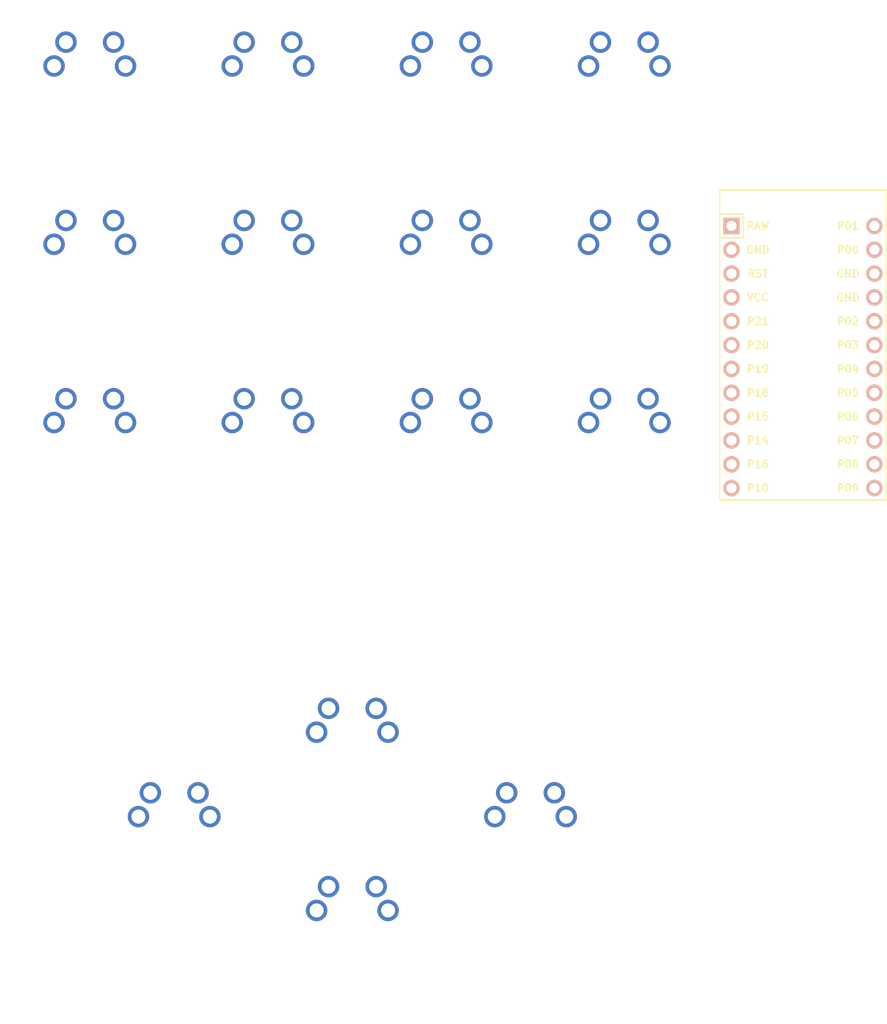
<source format=kicad_pcb>

            
(kicad_pcb (version 20171130) (host pcbnew 5.1.6)

  (page A3)
  (title_block
    (title simple_split)
    (rev v1.0.0)
    (company Unknown)
  )

  (general
    (thickness 1.6)
  )

  (layers
    (0 F.Cu signal)
    (31 B.Cu signal)
    (32 B.Adhes user)
    (33 F.Adhes user)
    (34 B.Paste user)
    (35 F.Paste user)
    (36 B.SilkS user)
    (37 F.SilkS user)
    (38 B.Mask user)
    (39 F.Mask user)
    (40 Dwgs.User user)
    (41 Cmts.User user)
    (42 Eco1.User user)
    (43 Eco2.User user)
    (44 Edge.Cuts user)
    (45 Margin user)
    (46 B.CrtYd user)
    (47 F.CrtYd user)
    (48 B.Fab user)
    (49 F.Fab user)
  )

  (setup
    (last_trace_width 0.25)
    (trace_clearance 0.2)
    (zone_clearance 0.508)
    (zone_45_only no)
    (trace_min 0.2)
    (via_size 0.8)
    (via_drill 0.4)
    (via_min_size 0.4)
    (via_min_drill 0.3)
    (uvia_size 0.3)
    (uvia_drill 0.1)
    (uvias_allowed no)
    (uvia_min_size 0.2)
    (uvia_min_drill 0.1)
    (edge_width 0.05)
    (segment_width 0.2)
    (pcb_text_width 0.3)
    (pcb_text_size 1.5 1.5)
    (mod_edge_width 0.12)
    (mod_text_size 1 1)
    (mod_text_width 0.15)
    (pad_size 1.524 1.524)
    (pad_drill 0.762)
    (pad_to_mask_clearance 0.05)
    (aux_axis_origin 0 0)
    (visible_elements FFFFFF7F)
    (pcbplotparams
      (layerselection 0x010fc_ffffffff)
      (usegerberextensions false)
      (usegerberattributes true)
      (usegerberadvancedattributes true)
      (creategerberjobfile true)
      (excludeedgelayer true)
      (linewidth 0.100000)
      (plotframeref false)
      (viasonmask false)
      (mode 1)
      (useauxorigin false)
      (hpglpennumber 1)
      (hpglpenspeed 20)
      (hpglpendiameter 15.000000)
      (psnegative false)
      (psa4output false)
      (plotreference true)
      (plotvalue true)
      (plotinvisibletext false)
      (padsonsilk false)
      (subtractmaskfromsilk false)
      (outputformat 1)
      (mirror false)
      (drillshape 1)
      (scaleselection 1)
      (outputdirectory ""))
  )

            (net 0 "")
(net 1 "GND")
(net 2 "macropad_pinky_bottom")
(net 3 "macropad_pinky_middle")
(net 4 "macropad_pinky_top")
(net 5 "macropad_ring_bottom")
(net 6 "macropad_ring_middle")
(net 7 "macropad_ring_top")
(net 8 "macropad_middle_bottom")
(net 9 "macropad_middle_middle")
(net 10 "macropad_middle_top")
(net 11 "macropad_index_bottom")
(net 12 "macropad_index_middle")
(net 13 "macropad_index_top")
(net 14 "navigator_left_down")
(net 15 "navigator_updown_down")
(net 16 "navigator_updown_up")
(net 17 "navigator_right_down")
(net 18 "RAW")
(net 19 "RST")
(net 20 "VCC")
(net 21 "P0")
(net 22 "navigator_left_up")
(net 23 "P9")
            
  (net_class Default "This is the default net class."
    (clearance 0.2)
    (trace_width 0.25)
    (via_dia 0.8)
    (via_drill 0.4)
    (uvia_dia 0.3)
    (uvia_drill 0.1)
    (add_net "")
(add_net "GND")
(add_net "macropad_pinky_bottom")
(add_net "macropad_pinky_middle")
(add_net "macropad_pinky_top")
(add_net "macropad_ring_bottom")
(add_net "macropad_ring_middle")
(add_net "macropad_ring_top")
(add_net "macropad_middle_bottom")
(add_net "macropad_middle_middle")
(add_net "macropad_middle_top")
(add_net "macropad_index_bottom")
(add_net "macropad_index_middle")
(add_net "macropad_index_top")
(add_net "navigator_left_down")
(add_net "navigator_updown_down")
(add_net "navigator_updown_up")
(add_net "navigator_right_down")
(add_net "RAW")
(add_net "RST")
(add_net "VCC")
(add_net "P0")
(add_net "navigator_left_up")
(add_net "P9")
  )

            
        
      (module MX (layer F.Cu) (tedit 5DD4F656)
      (at 0 0 0)

      
      (fp_text reference "S1" (at 0 0) (layer F.SilkS) hide (effects (font (size 1.27 1.27) (thickness 0.15))))
      (fp_text value "" (at 0 0) (layer F.SilkS) hide (effects (font (size 1.27 1.27) (thickness 0.15))))

      
      (fp_line (start -7 -6) (end -7 -7) (layer Dwgs.User) (width 0.15))
      (fp_line (start -7 7) (end -6 7) (layer Dwgs.User) (width 0.15))
      (fp_line (start -6 -7) (end -7 -7) (layer Dwgs.User) (width 0.15))
      (fp_line (start -7 7) (end -7 6) (layer Dwgs.User) (width 0.15))
      (fp_line (start 7 6) (end 7 7) (layer Dwgs.User) (width 0.15))
      (fp_line (start 7 -7) (end 6 -7) (layer Dwgs.User) (width 0.15))
      (fp_line (start 6 7) (end 7 7) (layer Dwgs.User) (width 0.15))
      (fp_line (start 7 -7) (end 7 -6) (layer Dwgs.User) (width 0.15))
    
      
      (pad "" np_thru_hole circle (at 0 0) (size 3.9878 3.9878) (drill 3.9878) (layers *.Cu *.Mask))

      
      (pad "" np_thru_hole circle (at 5.08 0) (size 1.7018 1.7018) (drill 1.7018) (layers *.Cu *.Mask))
      (pad "" np_thru_hole circle (at -5.08 0) (size 1.7018 1.7018) (drill 1.7018) (layers *.Cu *.Mask))
      
        
      
      (fp_line (start -9.5 -9.5) (end 9.5 -9.5) (layer Dwgs.User) (width 0.15))
      (fp_line (start 9.5 -9.5) (end 9.5 9.5) (layer Dwgs.User) (width 0.15))
      (fp_line (start 9.5 9.5) (end -9.5 9.5) (layer Dwgs.User) (width 0.15))
      (fp_line (start -9.5 9.5) (end -9.5 -9.5) (layer Dwgs.User) (width 0.15))
      
        
            
            (pad 1 thru_hole circle (at 2.54 -5.08) (size 2.286 2.286) (drill 1.4986) (layers *.Cu *.Mask) (net 1 "GND"))
            (pad 2 thru_hole circle (at -3.81 -2.54) (size 2.286 2.286) (drill 1.4986) (layers *.Cu *.Mask) (net 2 "macropad_pinky_bottom"))
          
        
            
            (pad 1 thru_hole circle (at -2.54 -5.08) (size 2.286 2.286) (drill 1.4986) (layers *.Cu *.Mask) (net 1 "GND"))
            (pad 2 thru_hole circle (at 3.81 -2.54) (size 2.286 2.286) (drill 1.4986) (layers *.Cu *.Mask) (net 2 "macropad_pinky_bottom"))
          )
        

        
      (module MX (layer F.Cu) (tedit 5DD4F656)
      (at 0 -19 0)

      
      (fp_text reference "S2" (at 0 0) (layer F.SilkS) hide (effects (font (size 1.27 1.27) (thickness 0.15))))
      (fp_text value "" (at 0 0) (layer F.SilkS) hide (effects (font (size 1.27 1.27) (thickness 0.15))))

      
      (fp_line (start -7 -6) (end -7 -7) (layer Dwgs.User) (width 0.15))
      (fp_line (start -7 7) (end -6 7) (layer Dwgs.User) (width 0.15))
      (fp_line (start -6 -7) (end -7 -7) (layer Dwgs.User) (width 0.15))
      (fp_line (start -7 7) (end -7 6) (layer Dwgs.User) (width 0.15))
      (fp_line (start 7 6) (end 7 7) (layer Dwgs.User) (width 0.15))
      (fp_line (start 7 -7) (end 6 -7) (layer Dwgs.User) (width 0.15))
      (fp_line (start 6 7) (end 7 7) (layer Dwgs.User) (width 0.15))
      (fp_line (start 7 -7) (end 7 -6) (layer Dwgs.User) (width 0.15))
    
      
      (pad "" np_thru_hole circle (at 0 0) (size 3.9878 3.9878) (drill 3.9878) (layers *.Cu *.Mask))

      
      (pad "" np_thru_hole circle (at 5.08 0) (size 1.7018 1.7018) (drill 1.7018) (layers *.Cu *.Mask))
      (pad "" np_thru_hole circle (at -5.08 0) (size 1.7018 1.7018) (drill 1.7018) (layers *.Cu *.Mask))
      
        
      
      (fp_line (start -9.5 -9.5) (end 9.5 -9.5) (layer Dwgs.User) (width 0.15))
      (fp_line (start 9.5 -9.5) (end 9.5 9.5) (layer Dwgs.User) (width 0.15))
      (fp_line (start 9.5 9.5) (end -9.5 9.5) (layer Dwgs.User) (width 0.15))
      (fp_line (start -9.5 9.5) (end -9.5 -9.5) (layer Dwgs.User) (width 0.15))
      
        
            
            (pad 1 thru_hole circle (at 2.54 -5.08) (size 2.286 2.286) (drill 1.4986) (layers *.Cu *.Mask) (net 1 "GND"))
            (pad 2 thru_hole circle (at -3.81 -2.54) (size 2.286 2.286) (drill 1.4986) (layers *.Cu *.Mask) (net 3 "macropad_pinky_middle"))
          
        
            
            (pad 1 thru_hole circle (at -2.54 -5.08) (size 2.286 2.286) (drill 1.4986) (layers *.Cu *.Mask) (net 1 "GND"))
            (pad 2 thru_hole circle (at 3.81 -2.54) (size 2.286 2.286) (drill 1.4986) (layers *.Cu *.Mask) (net 3 "macropad_pinky_middle"))
          )
        

        
      (module MX (layer F.Cu) (tedit 5DD4F656)
      (at 0 -38 0)

      
      (fp_text reference "S3" (at 0 0) (layer F.SilkS) hide (effects (font (size 1.27 1.27) (thickness 0.15))))
      (fp_text value "" (at 0 0) (layer F.SilkS) hide (effects (font (size 1.27 1.27) (thickness 0.15))))

      
      (fp_line (start -7 -6) (end -7 -7) (layer Dwgs.User) (width 0.15))
      (fp_line (start -7 7) (end -6 7) (layer Dwgs.User) (width 0.15))
      (fp_line (start -6 -7) (end -7 -7) (layer Dwgs.User) (width 0.15))
      (fp_line (start -7 7) (end -7 6) (layer Dwgs.User) (width 0.15))
      (fp_line (start 7 6) (end 7 7) (layer Dwgs.User) (width 0.15))
      (fp_line (start 7 -7) (end 6 -7) (layer Dwgs.User) (width 0.15))
      (fp_line (start 6 7) (end 7 7) (layer Dwgs.User) (width 0.15))
      (fp_line (start 7 -7) (end 7 -6) (layer Dwgs.User) (width 0.15))
    
      
      (pad "" np_thru_hole circle (at 0 0) (size 3.9878 3.9878) (drill 3.9878) (layers *.Cu *.Mask))

      
      (pad "" np_thru_hole circle (at 5.08 0) (size 1.7018 1.7018) (drill 1.7018) (layers *.Cu *.Mask))
      (pad "" np_thru_hole circle (at -5.08 0) (size 1.7018 1.7018) (drill 1.7018) (layers *.Cu *.Mask))
      
        
      
      (fp_line (start -9.5 -9.5) (end 9.5 -9.5) (layer Dwgs.User) (width 0.15))
      (fp_line (start 9.5 -9.5) (end 9.5 9.5) (layer Dwgs.User) (width 0.15))
      (fp_line (start 9.5 9.5) (end -9.5 9.5) (layer Dwgs.User) (width 0.15))
      (fp_line (start -9.5 9.5) (end -9.5 -9.5) (layer Dwgs.User) (width 0.15))
      
        
            
            (pad 1 thru_hole circle (at 2.54 -5.08) (size 2.286 2.286) (drill 1.4986) (layers *.Cu *.Mask) (net 1 "GND"))
            (pad 2 thru_hole circle (at -3.81 -2.54) (size 2.286 2.286) (drill 1.4986) (layers *.Cu *.Mask) (net 4 "macropad_pinky_top"))
          
        
            
            (pad 1 thru_hole circle (at -2.54 -5.08) (size 2.286 2.286) (drill 1.4986) (layers *.Cu *.Mask) (net 1 "GND"))
            (pad 2 thru_hole circle (at 3.81 -2.54) (size 2.286 2.286) (drill 1.4986) (layers *.Cu *.Mask) (net 4 "macropad_pinky_top"))
          )
        

        
      (module MX (layer F.Cu) (tedit 5DD4F656)
      (at 19 0 0)

      
      (fp_text reference "S4" (at 0 0) (layer F.SilkS) hide (effects (font (size 1.27 1.27) (thickness 0.15))))
      (fp_text value "" (at 0 0) (layer F.SilkS) hide (effects (font (size 1.27 1.27) (thickness 0.15))))

      
      (fp_line (start -7 -6) (end -7 -7) (layer Dwgs.User) (width 0.15))
      (fp_line (start -7 7) (end -6 7) (layer Dwgs.User) (width 0.15))
      (fp_line (start -6 -7) (end -7 -7) (layer Dwgs.User) (width 0.15))
      (fp_line (start -7 7) (end -7 6) (layer Dwgs.User) (width 0.15))
      (fp_line (start 7 6) (end 7 7) (layer Dwgs.User) (width 0.15))
      (fp_line (start 7 -7) (end 6 -7) (layer Dwgs.User) (width 0.15))
      (fp_line (start 6 7) (end 7 7) (layer Dwgs.User) (width 0.15))
      (fp_line (start 7 -7) (end 7 -6) (layer Dwgs.User) (width 0.15))
    
      
      (pad "" np_thru_hole circle (at 0 0) (size 3.9878 3.9878) (drill 3.9878) (layers *.Cu *.Mask))

      
      (pad "" np_thru_hole circle (at 5.08 0) (size 1.7018 1.7018) (drill 1.7018) (layers *.Cu *.Mask))
      (pad "" np_thru_hole circle (at -5.08 0) (size 1.7018 1.7018) (drill 1.7018) (layers *.Cu *.Mask))
      
        
      
      (fp_line (start -9.5 -9.5) (end 9.5 -9.5) (layer Dwgs.User) (width 0.15))
      (fp_line (start 9.5 -9.5) (end 9.5 9.5) (layer Dwgs.User) (width 0.15))
      (fp_line (start 9.5 9.5) (end -9.5 9.5) (layer Dwgs.User) (width 0.15))
      (fp_line (start -9.5 9.5) (end -9.5 -9.5) (layer Dwgs.User) (width 0.15))
      
        
            
            (pad 1 thru_hole circle (at 2.54 -5.08) (size 2.286 2.286) (drill 1.4986) (layers *.Cu *.Mask) (net 1 "GND"))
            (pad 2 thru_hole circle (at -3.81 -2.54) (size 2.286 2.286) (drill 1.4986) (layers *.Cu *.Mask) (net 5 "macropad_ring_bottom"))
          
        
            
            (pad 1 thru_hole circle (at -2.54 -5.08) (size 2.286 2.286) (drill 1.4986) (layers *.Cu *.Mask) (net 1 "GND"))
            (pad 2 thru_hole circle (at 3.81 -2.54) (size 2.286 2.286) (drill 1.4986) (layers *.Cu *.Mask) (net 5 "macropad_ring_bottom"))
          )
        

        
      (module MX (layer F.Cu) (tedit 5DD4F656)
      (at 19 -19 0)

      
      (fp_text reference "S5" (at 0 0) (layer F.SilkS) hide (effects (font (size 1.27 1.27) (thickness 0.15))))
      (fp_text value "" (at 0 0) (layer F.SilkS) hide (effects (font (size 1.27 1.27) (thickness 0.15))))

      
      (fp_line (start -7 -6) (end -7 -7) (layer Dwgs.User) (width 0.15))
      (fp_line (start -7 7) (end -6 7) (layer Dwgs.User) (width 0.15))
      (fp_line (start -6 -7) (end -7 -7) (layer Dwgs.User) (width 0.15))
      (fp_line (start -7 7) (end -7 6) (layer Dwgs.User) (width 0.15))
      (fp_line (start 7 6) (end 7 7) (layer Dwgs.User) (width 0.15))
      (fp_line (start 7 -7) (end 6 -7) (layer Dwgs.User) (width 0.15))
      (fp_line (start 6 7) (end 7 7) (layer Dwgs.User) (width 0.15))
      (fp_line (start 7 -7) (end 7 -6) (layer Dwgs.User) (width 0.15))
    
      
      (pad "" np_thru_hole circle (at 0 0) (size 3.9878 3.9878) (drill 3.9878) (layers *.Cu *.Mask))

      
      (pad "" np_thru_hole circle (at 5.08 0) (size 1.7018 1.7018) (drill 1.7018) (layers *.Cu *.Mask))
      (pad "" np_thru_hole circle (at -5.08 0) (size 1.7018 1.7018) (drill 1.7018) (layers *.Cu *.Mask))
      
        
      
      (fp_line (start -9.5 -9.5) (end 9.5 -9.5) (layer Dwgs.User) (width 0.15))
      (fp_line (start 9.5 -9.5) (end 9.5 9.5) (layer Dwgs.User) (width 0.15))
      (fp_line (start 9.5 9.5) (end -9.5 9.5) (layer Dwgs.User) (width 0.15))
      (fp_line (start -9.5 9.5) (end -9.5 -9.5) (layer Dwgs.User) (width 0.15))
      
        
            
            (pad 1 thru_hole circle (at 2.54 -5.08) (size 2.286 2.286) (drill 1.4986) (layers *.Cu *.Mask) (net 1 "GND"))
            (pad 2 thru_hole circle (at -3.81 -2.54) (size 2.286 2.286) (drill 1.4986) (layers *.Cu *.Mask) (net 6 "macropad_ring_middle"))
          
        
            
            (pad 1 thru_hole circle (at -2.54 -5.08) (size 2.286 2.286) (drill 1.4986) (layers *.Cu *.Mask) (net 1 "GND"))
            (pad 2 thru_hole circle (at 3.81 -2.54) (size 2.286 2.286) (drill 1.4986) (layers *.Cu *.Mask) (net 6 "macropad_ring_middle"))
          )
        

        
      (module MX (layer F.Cu) (tedit 5DD4F656)
      (at 19 -38 0)

      
      (fp_text reference "S6" (at 0 0) (layer F.SilkS) hide (effects (font (size 1.27 1.27) (thickness 0.15))))
      (fp_text value "" (at 0 0) (layer F.SilkS) hide (effects (font (size 1.27 1.27) (thickness 0.15))))

      
      (fp_line (start -7 -6) (end -7 -7) (layer Dwgs.User) (width 0.15))
      (fp_line (start -7 7) (end -6 7) (layer Dwgs.User) (width 0.15))
      (fp_line (start -6 -7) (end -7 -7) (layer Dwgs.User) (width 0.15))
      (fp_line (start -7 7) (end -7 6) (layer Dwgs.User) (width 0.15))
      (fp_line (start 7 6) (end 7 7) (layer Dwgs.User) (width 0.15))
      (fp_line (start 7 -7) (end 6 -7) (layer Dwgs.User) (width 0.15))
      (fp_line (start 6 7) (end 7 7) (layer Dwgs.User) (width 0.15))
      (fp_line (start 7 -7) (end 7 -6) (layer Dwgs.User) (width 0.15))
    
      
      (pad "" np_thru_hole circle (at 0 0) (size 3.9878 3.9878) (drill 3.9878) (layers *.Cu *.Mask))

      
      (pad "" np_thru_hole circle (at 5.08 0) (size 1.7018 1.7018) (drill 1.7018) (layers *.Cu *.Mask))
      (pad "" np_thru_hole circle (at -5.08 0) (size 1.7018 1.7018) (drill 1.7018) (layers *.Cu *.Mask))
      
        
      
      (fp_line (start -9.5 -9.5) (end 9.5 -9.5) (layer Dwgs.User) (width 0.15))
      (fp_line (start 9.5 -9.5) (end 9.5 9.5) (layer Dwgs.User) (width 0.15))
      (fp_line (start 9.5 9.5) (end -9.5 9.5) (layer Dwgs.User) (width 0.15))
      (fp_line (start -9.5 9.5) (end -9.5 -9.5) (layer Dwgs.User) (width 0.15))
      
        
            
            (pad 1 thru_hole circle (at 2.54 -5.08) (size 2.286 2.286) (drill 1.4986) (layers *.Cu *.Mask) (net 1 "GND"))
            (pad 2 thru_hole circle (at -3.81 -2.54) (size 2.286 2.286) (drill 1.4986) (layers *.Cu *.Mask) (net 7 "macropad_ring_top"))
          
        
            
            (pad 1 thru_hole circle (at -2.54 -5.08) (size 2.286 2.286) (drill 1.4986) (layers *.Cu *.Mask) (net 1 "GND"))
            (pad 2 thru_hole circle (at 3.81 -2.54) (size 2.286 2.286) (drill 1.4986) (layers *.Cu *.Mask) (net 7 "macropad_ring_top"))
          )
        

        
      (module MX (layer F.Cu) (tedit 5DD4F656)
      (at 38 0 0)

      
      (fp_text reference "S7" (at 0 0) (layer F.SilkS) hide (effects (font (size 1.27 1.27) (thickness 0.15))))
      (fp_text value "" (at 0 0) (layer F.SilkS) hide (effects (font (size 1.27 1.27) (thickness 0.15))))

      
      (fp_line (start -7 -6) (end -7 -7) (layer Dwgs.User) (width 0.15))
      (fp_line (start -7 7) (end -6 7) (layer Dwgs.User) (width 0.15))
      (fp_line (start -6 -7) (end -7 -7) (layer Dwgs.User) (width 0.15))
      (fp_line (start -7 7) (end -7 6) (layer Dwgs.User) (width 0.15))
      (fp_line (start 7 6) (end 7 7) (layer Dwgs.User) (width 0.15))
      (fp_line (start 7 -7) (end 6 -7) (layer Dwgs.User) (width 0.15))
      (fp_line (start 6 7) (end 7 7) (layer Dwgs.User) (width 0.15))
      (fp_line (start 7 -7) (end 7 -6) (layer Dwgs.User) (width 0.15))
    
      
      (pad "" np_thru_hole circle (at 0 0) (size 3.9878 3.9878) (drill 3.9878) (layers *.Cu *.Mask))

      
      (pad "" np_thru_hole circle (at 5.08 0) (size 1.7018 1.7018) (drill 1.7018) (layers *.Cu *.Mask))
      (pad "" np_thru_hole circle (at -5.08 0) (size 1.7018 1.7018) (drill 1.7018) (layers *.Cu *.Mask))
      
        
      
      (fp_line (start -9.5 -9.5) (end 9.5 -9.5) (layer Dwgs.User) (width 0.15))
      (fp_line (start 9.5 -9.5) (end 9.5 9.5) (layer Dwgs.User) (width 0.15))
      (fp_line (start 9.5 9.5) (end -9.5 9.5) (layer Dwgs.User) (width 0.15))
      (fp_line (start -9.5 9.5) (end -9.5 -9.5) (layer Dwgs.User) (width 0.15))
      
        
            
            (pad 1 thru_hole circle (at 2.54 -5.08) (size 2.286 2.286) (drill 1.4986) (layers *.Cu *.Mask) (net 1 "GND"))
            (pad 2 thru_hole circle (at -3.81 -2.54) (size 2.286 2.286) (drill 1.4986) (layers *.Cu *.Mask) (net 8 "macropad_middle_bottom"))
          
        
            
            (pad 1 thru_hole circle (at -2.54 -5.08) (size 2.286 2.286) (drill 1.4986) (layers *.Cu *.Mask) (net 1 "GND"))
            (pad 2 thru_hole circle (at 3.81 -2.54) (size 2.286 2.286) (drill 1.4986) (layers *.Cu *.Mask) (net 8 "macropad_middle_bottom"))
          )
        

        
      (module MX (layer F.Cu) (tedit 5DD4F656)
      (at 38 -19 0)

      
      (fp_text reference "S8" (at 0 0) (layer F.SilkS) hide (effects (font (size 1.27 1.27) (thickness 0.15))))
      (fp_text value "" (at 0 0) (layer F.SilkS) hide (effects (font (size 1.27 1.27) (thickness 0.15))))

      
      (fp_line (start -7 -6) (end -7 -7) (layer Dwgs.User) (width 0.15))
      (fp_line (start -7 7) (end -6 7) (layer Dwgs.User) (width 0.15))
      (fp_line (start -6 -7) (end -7 -7) (layer Dwgs.User) (width 0.15))
      (fp_line (start -7 7) (end -7 6) (layer Dwgs.User) (width 0.15))
      (fp_line (start 7 6) (end 7 7) (layer Dwgs.User) (width 0.15))
      (fp_line (start 7 -7) (end 6 -7) (layer Dwgs.User) (width 0.15))
      (fp_line (start 6 7) (end 7 7) (layer Dwgs.User) (width 0.15))
      (fp_line (start 7 -7) (end 7 -6) (layer Dwgs.User) (width 0.15))
    
      
      (pad "" np_thru_hole circle (at 0 0) (size 3.9878 3.9878) (drill 3.9878) (layers *.Cu *.Mask))

      
      (pad "" np_thru_hole circle (at 5.08 0) (size 1.7018 1.7018) (drill 1.7018) (layers *.Cu *.Mask))
      (pad "" np_thru_hole circle (at -5.08 0) (size 1.7018 1.7018) (drill 1.7018) (layers *.Cu *.Mask))
      
        
      
      (fp_line (start -9.5 -9.5) (end 9.5 -9.5) (layer Dwgs.User) (width 0.15))
      (fp_line (start 9.5 -9.5) (end 9.5 9.5) (layer Dwgs.User) (width 0.15))
      (fp_line (start 9.5 9.5) (end -9.5 9.5) (layer Dwgs.User) (width 0.15))
      (fp_line (start -9.5 9.5) (end -9.5 -9.5) (layer Dwgs.User) (width 0.15))
      
        
            
            (pad 1 thru_hole circle (at 2.54 -5.08) (size 2.286 2.286) (drill 1.4986) (layers *.Cu *.Mask) (net 1 "GND"))
            (pad 2 thru_hole circle (at -3.81 -2.54) (size 2.286 2.286) (drill 1.4986) (layers *.Cu *.Mask) (net 9 "macropad_middle_middle"))
          
        
            
            (pad 1 thru_hole circle (at -2.54 -5.08) (size 2.286 2.286) (drill 1.4986) (layers *.Cu *.Mask) (net 1 "GND"))
            (pad 2 thru_hole circle (at 3.81 -2.54) (size 2.286 2.286) (drill 1.4986) (layers *.Cu *.Mask) (net 9 "macropad_middle_middle"))
          )
        

        
      (module MX (layer F.Cu) (tedit 5DD4F656)
      (at 38 -38 0)

      
      (fp_text reference "S9" (at 0 0) (layer F.SilkS) hide (effects (font (size 1.27 1.27) (thickness 0.15))))
      (fp_text value "" (at 0 0) (layer F.SilkS) hide (effects (font (size 1.27 1.27) (thickness 0.15))))

      
      (fp_line (start -7 -6) (end -7 -7) (layer Dwgs.User) (width 0.15))
      (fp_line (start -7 7) (end -6 7) (layer Dwgs.User) (width 0.15))
      (fp_line (start -6 -7) (end -7 -7) (layer Dwgs.User) (width 0.15))
      (fp_line (start -7 7) (end -7 6) (layer Dwgs.User) (width 0.15))
      (fp_line (start 7 6) (end 7 7) (layer Dwgs.User) (width 0.15))
      (fp_line (start 7 -7) (end 6 -7) (layer Dwgs.User) (width 0.15))
      (fp_line (start 6 7) (end 7 7) (layer Dwgs.User) (width 0.15))
      (fp_line (start 7 -7) (end 7 -6) (layer Dwgs.User) (width 0.15))
    
      
      (pad "" np_thru_hole circle (at 0 0) (size 3.9878 3.9878) (drill 3.9878) (layers *.Cu *.Mask))

      
      (pad "" np_thru_hole circle (at 5.08 0) (size 1.7018 1.7018) (drill 1.7018) (layers *.Cu *.Mask))
      (pad "" np_thru_hole circle (at -5.08 0) (size 1.7018 1.7018) (drill 1.7018) (layers *.Cu *.Mask))
      
        
      
      (fp_line (start -9.5 -9.5) (end 9.5 -9.5) (layer Dwgs.User) (width 0.15))
      (fp_line (start 9.5 -9.5) (end 9.5 9.5) (layer Dwgs.User) (width 0.15))
      (fp_line (start 9.5 9.5) (end -9.5 9.5) (layer Dwgs.User) (width 0.15))
      (fp_line (start -9.5 9.5) (end -9.5 -9.5) (layer Dwgs.User) (width 0.15))
      
        
            
            (pad 1 thru_hole circle (at 2.54 -5.08) (size 2.286 2.286) (drill 1.4986) (layers *.Cu *.Mask) (net 1 "GND"))
            (pad 2 thru_hole circle (at -3.81 -2.54) (size 2.286 2.286) (drill 1.4986) (layers *.Cu *.Mask) (net 10 "macropad_middle_top"))
          
        
            
            (pad 1 thru_hole circle (at -2.54 -5.08) (size 2.286 2.286) (drill 1.4986) (layers *.Cu *.Mask) (net 1 "GND"))
            (pad 2 thru_hole circle (at 3.81 -2.54) (size 2.286 2.286) (drill 1.4986) (layers *.Cu *.Mask) (net 10 "macropad_middle_top"))
          )
        

        
      (module MX (layer F.Cu) (tedit 5DD4F656)
      (at 57 0 0)

      
      (fp_text reference "S10" (at 0 0) (layer F.SilkS) hide (effects (font (size 1.27 1.27) (thickness 0.15))))
      (fp_text value "" (at 0 0) (layer F.SilkS) hide (effects (font (size 1.27 1.27) (thickness 0.15))))

      
      (fp_line (start -7 -6) (end -7 -7) (layer Dwgs.User) (width 0.15))
      (fp_line (start -7 7) (end -6 7) (layer Dwgs.User) (width 0.15))
      (fp_line (start -6 -7) (end -7 -7) (layer Dwgs.User) (width 0.15))
      (fp_line (start -7 7) (end -7 6) (layer Dwgs.User) (width 0.15))
      (fp_line (start 7 6) (end 7 7) (layer Dwgs.User) (width 0.15))
      (fp_line (start 7 -7) (end 6 -7) (layer Dwgs.User) (width 0.15))
      (fp_line (start 6 7) (end 7 7) (layer Dwgs.User) (width 0.15))
      (fp_line (start 7 -7) (end 7 -6) (layer Dwgs.User) (width 0.15))
    
      
      (pad "" np_thru_hole circle (at 0 0) (size 3.9878 3.9878) (drill 3.9878) (layers *.Cu *.Mask))

      
      (pad "" np_thru_hole circle (at 5.08 0) (size 1.7018 1.7018) (drill 1.7018) (layers *.Cu *.Mask))
      (pad "" np_thru_hole circle (at -5.08 0) (size 1.7018 1.7018) (drill 1.7018) (layers *.Cu *.Mask))
      
        
      
      (fp_line (start -9.5 -9.5) (end 9.5 -9.5) (layer Dwgs.User) (width 0.15))
      (fp_line (start 9.5 -9.5) (end 9.5 9.5) (layer Dwgs.User) (width 0.15))
      (fp_line (start 9.5 9.5) (end -9.5 9.5) (layer Dwgs.User) (width 0.15))
      (fp_line (start -9.5 9.5) (end -9.5 -9.5) (layer Dwgs.User) (width 0.15))
      
        
            
            (pad 1 thru_hole circle (at 2.54 -5.08) (size 2.286 2.286) (drill 1.4986) (layers *.Cu *.Mask) (net 1 "GND"))
            (pad 2 thru_hole circle (at -3.81 -2.54) (size 2.286 2.286) (drill 1.4986) (layers *.Cu *.Mask) (net 11 "macropad_index_bottom"))
          
        
            
            (pad 1 thru_hole circle (at -2.54 -5.08) (size 2.286 2.286) (drill 1.4986) (layers *.Cu *.Mask) (net 1 "GND"))
            (pad 2 thru_hole circle (at 3.81 -2.54) (size 2.286 2.286) (drill 1.4986) (layers *.Cu *.Mask) (net 11 "macropad_index_bottom"))
          )
        

        
      (module MX (layer F.Cu) (tedit 5DD4F656)
      (at 57 -19 0)

      
      (fp_text reference "S11" (at 0 0) (layer F.SilkS) hide (effects (font (size 1.27 1.27) (thickness 0.15))))
      (fp_text value "" (at 0 0) (layer F.SilkS) hide (effects (font (size 1.27 1.27) (thickness 0.15))))

      
      (fp_line (start -7 -6) (end -7 -7) (layer Dwgs.User) (width 0.15))
      (fp_line (start -7 7) (end -6 7) (layer Dwgs.User) (width 0.15))
      (fp_line (start -6 -7) (end -7 -7) (layer Dwgs.User) (width 0.15))
      (fp_line (start -7 7) (end -7 6) (layer Dwgs.User) (width 0.15))
      (fp_line (start 7 6) (end 7 7) (layer Dwgs.User) (width 0.15))
      (fp_line (start 7 -7) (end 6 -7) (layer Dwgs.User) (width 0.15))
      (fp_line (start 6 7) (end 7 7) (layer Dwgs.User) (width 0.15))
      (fp_line (start 7 -7) (end 7 -6) (layer Dwgs.User) (width 0.15))
    
      
      (pad "" np_thru_hole circle (at 0 0) (size 3.9878 3.9878) (drill 3.9878) (layers *.Cu *.Mask))

      
      (pad "" np_thru_hole circle (at 5.08 0) (size 1.7018 1.7018) (drill 1.7018) (layers *.Cu *.Mask))
      (pad "" np_thru_hole circle (at -5.08 0) (size 1.7018 1.7018) (drill 1.7018) (layers *.Cu *.Mask))
      
        
      
      (fp_line (start -9.5 -9.5) (end 9.5 -9.5) (layer Dwgs.User) (width 0.15))
      (fp_line (start 9.5 -9.5) (end 9.5 9.5) (layer Dwgs.User) (width 0.15))
      (fp_line (start 9.5 9.5) (end -9.5 9.5) (layer Dwgs.User) (width 0.15))
      (fp_line (start -9.5 9.5) (end -9.5 -9.5) (layer Dwgs.User) (width 0.15))
      
        
            
            (pad 1 thru_hole circle (at 2.54 -5.08) (size 2.286 2.286) (drill 1.4986) (layers *.Cu *.Mask) (net 1 "GND"))
            (pad 2 thru_hole circle (at -3.81 -2.54) (size 2.286 2.286) (drill 1.4986) (layers *.Cu *.Mask) (net 12 "macropad_index_middle"))
          
        
            
            (pad 1 thru_hole circle (at -2.54 -5.08) (size 2.286 2.286) (drill 1.4986) (layers *.Cu *.Mask) (net 1 "GND"))
            (pad 2 thru_hole circle (at 3.81 -2.54) (size 2.286 2.286) (drill 1.4986) (layers *.Cu *.Mask) (net 12 "macropad_index_middle"))
          )
        

        
      (module MX (layer F.Cu) (tedit 5DD4F656)
      (at 57 -38 0)

      
      (fp_text reference "S12" (at 0 0) (layer F.SilkS) hide (effects (font (size 1.27 1.27) (thickness 0.15))))
      (fp_text value "" (at 0 0) (layer F.SilkS) hide (effects (font (size 1.27 1.27) (thickness 0.15))))

      
      (fp_line (start -7 -6) (end -7 -7) (layer Dwgs.User) (width 0.15))
      (fp_line (start -7 7) (end -6 7) (layer Dwgs.User) (width 0.15))
      (fp_line (start -6 -7) (end -7 -7) (layer Dwgs.User) (width 0.15))
      (fp_line (start -7 7) (end -7 6) (layer Dwgs.User) (width 0.15))
      (fp_line (start 7 6) (end 7 7) (layer Dwgs.User) (width 0.15))
      (fp_line (start 7 -7) (end 6 -7) (layer Dwgs.User) (width 0.15))
      (fp_line (start 6 7) (end 7 7) (layer Dwgs.User) (width 0.15))
      (fp_line (start 7 -7) (end 7 -6) (layer Dwgs.User) (width 0.15))
    
      
      (pad "" np_thru_hole circle (at 0 0) (size 3.9878 3.9878) (drill 3.9878) (layers *.Cu *.Mask))

      
      (pad "" np_thru_hole circle (at 5.08 0) (size 1.7018 1.7018) (drill 1.7018) (layers *.Cu *.Mask))
      (pad "" np_thru_hole circle (at -5.08 0) (size 1.7018 1.7018) (drill 1.7018) (layers *.Cu *.Mask))
      
        
      
      (fp_line (start -9.5 -9.5) (end 9.5 -9.5) (layer Dwgs.User) (width 0.15))
      (fp_line (start 9.5 -9.5) (end 9.5 9.5) (layer Dwgs.User) (width 0.15))
      (fp_line (start 9.5 9.5) (end -9.5 9.5) (layer Dwgs.User) (width 0.15))
      (fp_line (start -9.5 9.5) (end -9.5 -9.5) (layer Dwgs.User) (width 0.15))
      
        
            
            (pad 1 thru_hole circle (at 2.54 -5.08) (size 2.286 2.286) (drill 1.4986) (layers *.Cu *.Mask) (net 1 "GND"))
            (pad 2 thru_hole circle (at -3.81 -2.54) (size 2.286 2.286) (drill 1.4986) (layers *.Cu *.Mask) (net 13 "macropad_index_top"))
          
        
            
            (pad 1 thru_hole circle (at -2.54 -5.08) (size 2.286 2.286) (drill 1.4986) (layers *.Cu *.Mask) (net 1 "GND"))
            (pad 2 thru_hole circle (at 3.81 -2.54) (size 2.286 2.286) (drill 1.4986) (layers *.Cu *.Mask) (net 13 "macropad_index_top"))
          )
        

        
      (module MX (layer F.Cu) (tedit 5DD4F656)
      (at 9 42 0)

      
      (fp_text reference "S13" (at 0 0) (layer F.SilkS) hide (effects (font (size 1.27 1.27) (thickness 0.15))))
      (fp_text value "" (at 0 0) (layer F.SilkS) hide (effects (font (size 1.27 1.27) (thickness 0.15))))

      
      (fp_line (start -7 -6) (end -7 -7) (layer Dwgs.User) (width 0.15))
      (fp_line (start -7 7) (end -6 7) (layer Dwgs.User) (width 0.15))
      (fp_line (start -6 -7) (end -7 -7) (layer Dwgs.User) (width 0.15))
      (fp_line (start -7 7) (end -7 6) (layer Dwgs.User) (width 0.15))
      (fp_line (start 7 6) (end 7 7) (layer Dwgs.User) (width 0.15))
      (fp_line (start 7 -7) (end 6 -7) (layer Dwgs.User) (width 0.15))
      (fp_line (start 6 7) (end 7 7) (layer Dwgs.User) (width 0.15))
      (fp_line (start 7 -7) (end 7 -6) (layer Dwgs.User) (width 0.15))
    
      
      (pad "" np_thru_hole circle (at 0 0) (size 3.9878 3.9878) (drill 3.9878) (layers *.Cu *.Mask))

      
      (pad "" np_thru_hole circle (at 5.08 0) (size 1.7018 1.7018) (drill 1.7018) (layers *.Cu *.Mask))
      (pad "" np_thru_hole circle (at -5.08 0) (size 1.7018 1.7018) (drill 1.7018) (layers *.Cu *.Mask))
      
        
      
      (fp_line (start -9.5 -9.5) (end 9.5 -9.5) (layer Dwgs.User) (width 0.15))
      (fp_line (start 9.5 -9.5) (end 9.5 9.5) (layer Dwgs.User) (width 0.15))
      (fp_line (start 9.5 9.5) (end -9.5 9.5) (layer Dwgs.User) (width 0.15))
      (fp_line (start -9.5 9.5) (end -9.5 -9.5) (layer Dwgs.User) (width 0.15))
      
        
            
            (pad 1 thru_hole circle (at 2.54 -5.08) (size 2.286 2.286) (drill 1.4986) (layers *.Cu *.Mask) (net 1 "GND"))
            (pad 2 thru_hole circle (at -3.81 -2.54) (size 2.286 2.286) (drill 1.4986) (layers *.Cu *.Mask) (net 14 "navigator_left_down"))
          
        
            
            (pad 1 thru_hole circle (at -2.54 -5.08) (size 2.286 2.286) (drill 1.4986) (layers *.Cu *.Mask) (net 1 "GND"))
            (pad 2 thru_hole circle (at 3.81 -2.54) (size 2.286 2.286) (drill 1.4986) (layers *.Cu *.Mask) (net 14 "navigator_left_down"))
          )
        

        
      (module MX (layer F.Cu) (tedit 5DD4F656)
      (at 28 52 0)

      
      (fp_text reference "S14" (at 0 0) (layer F.SilkS) hide (effects (font (size 1.27 1.27) (thickness 0.15))))
      (fp_text value "" (at 0 0) (layer F.SilkS) hide (effects (font (size 1.27 1.27) (thickness 0.15))))

      
      (fp_line (start -7 -6) (end -7 -7) (layer Dwgs.User) (width 0.15))
      (fp_line (start -7 7) (end -6 7) (layer Dwgs.User) (width 0.15))
      (fp_line (start -6 -7) (end -7 -7) (layer Dwgs.User) (width 0.15))
      (fp_line (start -7 7) (end -7 6) (layer Dwgs.User) (width 0.15))
      (fp_line (start 7 6) (end 7 7) (layer Dwgs.User) (width 0.15))
      (fp_line (start 7 -7) (end 6 -7) (layer Dwgs.User) (width 0.15))
      (fp_line (start 6 7) (end 7 7) (layer Dwgs.User) (width 0.15))
      (fp_line (start 7 -7) (end 7 -6) (layer Dwgs.User) (width 0.15))
    
      
      (pad "" np_thru_hole circle (at 0 0) (size 3.9878 3.9878) (drill 3.9878) (layers *.Cu *.Mask))

      
      (pad "" np_thru_hole circle (at 5.08 0) (size 1.7018 1.7018) (drill 1.7018) (layers *.Cu *.Mask))
      (pad "" np_thru_hole circle (at -5.08 0) (size 1.7018 1.7018) (drill 1.7018) (layers *.Cu *.Mask))
      
        
      
      (fp_line (start -9.5 -9.5) (end 9.5 -9.5) (layer Dwgs.User) (width 0.15))
      (fp_line (start 9.5 -9.5) (end 9.5 9.5) (layer Dwgs.User) (width 0.15))
      (fp_line (start 9.5 9.5) (end -9.5 9.5) (layer Dwgs.User) (width 0.15))
      (fp_line (start -9.5 9.5) (end -9.5 -9.5) (layer Dwgs.User) (width 0.15))
      
        
            
            (pad 1 thru_hole circle (at 2.54 -5.08) (size 2.286 2.286) (drill 1.4986) (layers *.Cu *.Mask) (net 1 "GND"))
            (pad 2 thru_hole circle (at -3.81 -2.54) (size 2.286 2.286) (drill 1.4986) (layers *.Cu *.Mask) (net 15 "navigator_updown_down"))
          
        
            
            (pad 1 thru_hole circle (at -2.54 -5.08) (size 2.286 2.286) (drill 1.4986) (layers *.Cu *.Mask) (net 1 "GND"))
            (pad 2 thru_hole circle (at 3.81 -2.54) (size 2.286 2.286) (drill 1.4986) (layers *.Cu *.Mask) (net 15 "navigator_updown_down"))
          )
        

        
      (module MX (layer F.Cu) (tedit 5DD4F656)
      (at 28 33 0)

      
      (fp_text reference "S15" (at 0 0) (layer F.SilkS) hide (effects (font (size 1.27 1.27) (thickness 0.15))))
      (fp_text value "" (at 0 0) (layer F.SilkS) hide (effects (font (size 1.27 1.27) (thickness 0.15))))

      
      (fp_line (start -7 -6) (end -7 -7) (layer Dwgs.User) (width 0.15))
      (fp_line (start -7 7) (end -6 7) (layer Dwgs.User) (width 0.15))
      (fp_line (start -6 -7) (end -7 -7) (layer Dwgs.User) (width 0.15))
      (fp_line (start -7 7) (end -7 6) (layer Dwgs.User) (width 0.15))
      (fp_line (start 7 6) (end 7 7) (layer Dwgs.User) (width 0.15))
      (fp_line (start 7 -7) (end 6 -7) (layer Dwgs.User) (width 0.15))
      (fp_line (start 6 7) (end 7 7) (layer Dwgs.User) (width 0.15))
      (fp_line (start 7 -7) (end 7 -6) (layer Dwgs.User) (width 0.15))
    
      
      (pad "" np_thru_hole circle (at 0 0) (size 3.9878 3.9878) (drill 3.9878) (layers *.Cu *.Mask))

      
      (pad "" np_thru_hole circle (at 5.08 0) (size 1.7018 1.7018) (drill 1.7018) (layers *.Cu *.Mask))
      (pad "" np_thru_hole circle (at -5.08 0) (size 1.7018 1.7018) (drill 1.7018) (layers *.Cu *.Mask))
      
        
      
      (fp_line (start -9.5 -9.5) (end 9.5 -9.5) (layer Dwgs.User) (width 0.15))
      (fp_line (start 9.5 -9.5) (end 9.5 9.5) (layer Dwgs.User) (width 0.15))
      (fp_line (start 9.5 9.5) (end -9.5 9.5) (layer Dwgs.User) (width 0.15))
      (fp_line (start -9.5 9.5) (end -9.5 -9.5) (layer Dwgs.User) (width 0.15))
      
        
            
            (pad 1 thru_hole circle (at 2.54 -5.08) (size 2.286 2.286) (drill 1.4986) (layers *.Cu *.Mask) (net 1 "GND"))
            (pad 2 thru_hole circle (at -3.81 -2.54) (size 2.286 2.286) (drill 1.4986) (layers *.Cu *.Mask) (net 16 "navigator_updown_up"))
          
        
            
            (pad 1 thru_hole circle (at -2.54 -5.08) (size 2.286 2.286) (drill 1.4986) (layers *.Cu *.Mask) (net 1 "GND"))
            (pad 2 thru_hole circle (at 3.81 -2.54) (size 2.286 2.286) (drill 1.4986) (layers *.Cu *.Mask) (net 16 "navigator_updown_up"))
          )
        

        
      (module MX (layer F.Cu) (tedit 5DD4F656)
      (at 47 42 0)

      
      (fp_text reference "S16" (at 0 0) (layer F.SilkS) hide (effects (font (size 1.27 1.27) (thickness 0.15))))
      (fp_text value "" (at 0 0) (layer F.SilkS) hide (effects (font (size 1.27 1.27) (thickness 0.15))))

      
      (fp_line (start -7 -6) (end -7 -7) (layer Dwgs.User) (width 0.15))
      (fp_line (start -7 7) (end -6 7) (layer Dwgs.User) (width 0.15))
      (fp_line (start -6 -7) (end -7 -7) (layer Dwgs.User) (width 0.15))
      (fp_line (start -7 7) (end -7 6) (layer Dwgs.User) (width 0.15))
      (fp_line (start 7 6) (end 7 7) (layer Dwgs.User) (width 0.15))
      (fp_line (start 7 -7) (end 6 -7) (layer Dwgs.User) (width 0.15))
      (fp_line (start 6 7) (end 7 7) (layer Dwgs.User) (width 0.15))
      (fp_line (start 7 -7) (end 7 -6) (layer Dwgs.User) (width 0.15))
    
      
      (pad "" np_thru_hole circle (at 0 0) (size 3.9878 3.9878) (drill 3.9878) (layers *.Cu *.Mask))

      
      (pad "" np_thru_hole circle (at 5.08 0) (size 1.7018 1.7018) (drill 1.7018) (layers *.Cu *.Mask))
      (pad "" np_thru_hole circle (at -5.08 0) (size 1.7018 1.7018) (drill 1.7018) (layers *.Cu *.Mask))
      
        
      
      (fp_line (start -9.5 -9.5) (end 9.5 -9.5) (layer Dwgs.User) (width 0.15))
      (fp_line (start 9.5 -9.5) (end 9.5 9.5) (layer Dwgs.User) (width 0.15))
      (fp_line (start 9.5 9.5) (end -9.5 9.5) (layer Dwgs.User) (width 0.15))
      (fp_line (start -9.5 9.5) (end -9.5 -9.5) (layer Dwgs.User) (width 0.15))
      
        
            
            (pad 1 thru_hole circle (at 2.54 -5.08) (size 2.286 2.286) (drill 1.4986) (layers *.Cu *.Mask) (net 1 "GND"))
            (pad 2 thru_hole circle (at -3.81 -2.54) (size 2.286 2.286) (drill 1.4986) (layers *.Cu *.Mask) (net 17 "navigator_right_down"))
          
        
            
            (pad 1 thru_hole circle (at -2.54 -5.08) (size 2.286 2.286) (drill 1.4986) (layers *.Cu *.Mask) (net 1 "GND"))
            (pad 2 thru_hole circle (at 3.81 -2.54) (size 2.286 2.286) (drill 1.4986) (layers *.Cu *.Mask) (net 17 "navigator_right_down"))
          )
        

        
      (module ProMicro (layer F.Cu) (tedit 5B307E4C)
      (at 76.05 -9.525 -90)

      
      (fp_text reference "MCU1" (at 0 0) (layer F.SilkS) hide (effects (font (size 1.27 1.27) (thickness 0.15))))
      (fp_text value "" (at 0 0) (layer F.SilkS) hide (effects (font (size 1.27 1.27) (thickness 0.15))))
    
      
      (fp_line (start -19.304 -3.81) (end -14.224 -3.81) (layer Dwgs.User) (width 0.15))
      (fp_line (start -19.304 3.81) (end -19.304 -3.81) (layer Dwgs.User) (width 0.15))
      (fp_line (start -14.224 3.81) (end -19.304 3.81) (layer Dwgs.User) (width 0.15))
      (fp_line (start -14.224 -3.81) (end -14.224 3.81) (layer Dwgs.User) (width 0.15))
    
      
      (fp_line (start -17.78 8.89) (end 15.24 8.89) (layer F.SilkS) (width 0.15))
      (fp_line (start 15.24 8.89) (end 15.24 -8.89) (layer F.SilkS) (width 0.15))
      (fp_line (start 15.24 -8.89) (end -17.78 -8.89) (layer F.SilkS) (width 0.15))
      (fp_line (start -17.78 -8.89) (end -17.78 8.89) (layer F.SilkS) (width 0.15))
      
        
        
        (fp_line (start -15.24 6.35) (end -12.7 6.35) (layer F.SilkS) (width 0.15))
        (fp_line (start -15.24 6.35) (end -15.24 8.89) (layer F.SilkS) (width 0.15))
        (fp_line (start -12.7 6.35) (end -12.7 8.89) (layer F.SilkS) (width 0.15))
      
        
        (fp_text user RAW (at -13.97 4.8 0) (layer F.SilkS) (effects (font (size 0.8 0.8) (thickness 0.15))))
        (fp_text user GND (at -11.43 4.8 0) (layer F.SilkS) (effects (font (size 0.8 0.8) (thickness 0.15))))
        (fp_text user RST (at -8.89 4.8 0) (layer F.SilkS) (effects (font (size 0.8 0.8) (thickness 0.15))))
        (fp_text user VCC (at -6.35 4.8 0) (layer F.SilkS) (effects (font (size 0.8 0.8) (thickness 0.15))))
        (fp_text user P21 (at -3.81 4.8 0) (layer F.SilkS) (effects (font (size 0.8 0.8) (thickness 0.15))))
        (fp_text user P20 (at -1.27 4.8 0) (layer F.SilkS) (effects (font (size 0.8 0.8) (thickness 0.15))))
        (fp_text user P19 (at 1.27 4.8 0) (layer F.SilkS) (effects (font (size 0.8 0.8) (thickness 0.15))))
        (fp_text user P18 (at 3.81 4.8 0) (layer F.SilkS) (effects (font (size 0.8 0.8) (thickness 0.15))))
        (fp_text user P15 (at 6.35 4.8 0) (layer F.SilkS) (effects (font (size 0.8 0.8) (thickness 0.15))))
        (fp_text user P14 (at 8.89 4.8 0) (layer F.SilkS) (effects (font (size 0.8 0.8) (thickness 0.15))))
        (fp_text user P16 (at 11.43 4.8 0) (layer F.SilkS) (effects (font (size 0.8 0.8) (thickness 0.15))))
        (fp_text user P10 (at 13.97 4.8 0) (layer F.SilkS) (effects (font (size 0.8 0.8) (thickness 0.15))))
      
        (fp_text user P01 (at -13.97 -4.8 0) (layer F.SilkS) (effects (font (size 0.8 0.8) (thickness 0.15))))
        (fp_text user P00 (at -11.43 -4.8 0) (layer F.SilkS) (effects (font (size 0.8 0.8) (thickness 0.15))))
        (fp_text user GND (at -8.89 -4.8 0) (layer F.SilkS) (effects (font (size 0.8 0.8) (thickness 0.15))))
        (fp_text user GND (at -6.35 -4.8 0) (layer F.SilkS) (effects (font (size 0.8 0.8) (thickness 0.15))))
        (fp_text user P02 (at -3.81 -4.8 0) (layer F.SilkS) (effects (font (size 0.8 0.8) (thickness 0.15))))
        (fp_text user P03 (at -1.27 -4.8 0) (layer F.SilkS) (effects (font (size 0.8 0.8) (thickness 0.15))))
        (fp_text user P04 (at 1.27 -4.8 0) (layer F.SilkS) (effects (font (size 0.8 0.8) (thickness 0.15))))
        (fp_text user P05 (at 3.81 -4.8 0) (layer F.SilkS) (effects (font (size 0.8 0.8) (thickness 0.15))))
        (fp_text user P06 (at 6.35 -4.8 0) (layer F.SilkS) (effects (font (size 0.8 0.8) (thickness 0.15))))
        (fp_text user P07 (at 8.89 -4.8 0) (layer F.SilkS) (effects (font (size 0.8 0.8) (thickness 0.15))))
        (fp_text user P08 (at 11.43 -4.8 0) (layer F.SilkS) (effects (font (size 0.8 0.8) (thickness 0.15))))
        (fp_text user P09 (at 13.97 -4.8 0) (layer F.SilkS) (effects (font (size 0.8 0.8) (thickness 0.15))))
      
        
        (pad 1 thru_hole rect (at -13.97 7.62 -90) (size 1.7526 1.7526) (drill 1.0922) (layers *.Cu *.SilkS *.Mask) (net 18 "RAW"))
        (pad 2 thru_hole circle (at -11.43 7.62 0) (size 1.7526 1.7526) (drill 1.0922) (layers *.Cu *.SilkS *.Mask) (net 1 "GND"))
        (pad 3 thru_hole circle (at -8.89 7.62 0) (size 1.7526 1.7526) (drill 1.0922) (layers *.Cu *.SilkS *.Mask) (net 19 "RST"))
        (pad 4 thru_hole circle (at -6.35 7.62 0) (size 1.7526 1.7526) (drill 1.0922) (layers *.Cu *.SilkS *.Mask) (net 20 "VCC"))
        (pad 5 thru_hole circle (at -3.81 7.62 0) (size 1.7526 1.7526) (drill 1.0922) (layers *.Cu *.SilkS *.Mask) (net 3 "macropad_pinky_middle"))
        (pad 6 thru_hole circle (at -1.27 7.62 0) (size 1.7526 1.7526) (drill 1.0922) (layers *.Cu *.SilkS *.Mask) (net 13 "macropad_index_top"))
        (pad 7 thru_hole circle (at 1.27 7.62 0) (size 1.7526 1.7526) (drill 1.0922) (layers *.Cu *.SilkS *.Mask) (net 10 "macropad_middle_top"))
        (pad 8 thru_hole circle (at 3.81 7.62 0) (size 1.7526 1.7526) (drill 1.0922) (layers *.Cu *.SilkS *.Mask) (net 7 "macropad_ring_top"))
        (pad 9 thru_hole circle (at 6.35 7.62 0) (size 1.7526 1.7526) (drill 1.0922) (layers *.Cu *.SilkS *.Mask) (net 6 "macropad_ring_middle"))
        (pad 10 thru_hole circle (at 8.89 7.62 0) (size 1.7526 1.7526) (drill 1.0922) (layers *.Cu *.SilkS *.Mask) (net 9 "macropad_middle_middle"))
        (pad 11 thru_hole circle (at 11.43 7.62 0) (size 1.7526 1.7526) (drill 1.0922) (layers *.Cu *.SilkS *.Mask) (net 12 "macropad_index_middle"))
        (pad 12 thru_hole circle (at 13.97 7.62 0) (size 1.7526 1.7526) (drill 1.0922) (layers *.Cu *.SilkS *.Mask) (net 2 "macropad_pinky_bottom"))
        
        (pad 13 thru_hole circle (at -13.97 -7.62 0) (size 1.7526 1.7526) (drill 1.0922) (layers *.Cu *.SilkS *.Mask) (net 5 "macropad_ring_bottom"))
        (pad 14 thru_hole circle (at -11.43 -7.62 0) (size 1.7526 1.7526) (drill 1.0922) (layers *.Cu *.SilkS *.Mask) (net 21 "P0"))
        (pad 15 thru_hole circle (at -8.89 -7.62 0) (size 1.7526 1.7526) (drill 1.0922) (layers *.Cu *.SilkS *.Mask) (net 1 "GND"))
        (pad 16 thru_hole circle (at -6.35 -7.62 0) (size 1.7526 1.7526) (drill 1.0922) (layers *.Cu *.SilkS *.Mask) (net 1 "GND"))
        (pad 17 thru_hole circle (at -3.81 -7.62 0) (size 1.7526 1.7526) (drill 1.0922) (layers *.Cu *.SilkS *.Mask) (net 8 "macropad_middle_bottom"))
        (pad 18 thru_hole circle (at -1.27 -7.62 0) (size 1.7526 1.7526) (drill 1.0922) (layers *.Cu *.SilkS *.Mask) (net 11 "macropad_index_bottom"))
        (pad 19 thru_hole circle (at 1.27 -7.62 0) (size 1.7526 1.7526) (drill 1.0922) (layers *.Cu *.SilkS *.Mask) (net 22 "navigator_left_up"))
        (pad 20 thru_hole circle (at 3.81 -7.62 0) (size 1.7526 1.7526) (drill 1.0922) (layers *.Cu *.SilkS *.Mask) (net 16 "navigator_updown_up"))
        (pad 21 thru_hole circle (at 6.35 -7.62 0) (size 1.7526 1.7526) (drill 1.0922) (layers *.Cu *.SilkS *.Mask) (net 15 "navigator_updown_down"))
        (pad 22 thru_hole circle (at 8.89 -7.62 0) (size 1.7526 1.7526) (drill 1.0922) (layers *.Cu *.SilkS *.Mask) (net 4 "macropad_pinky_top"))
        (pad 23 thru_hole circle (at 11.43 -7.62 0) (size 1.7526 1.7526) (drill 1.0922) (layers *.Cu *.SilkS *.Mask) (net 17 "navigator_right_down"))
        (pad 24 thru_hole circle (at 13.97 -7.62 0) (size 1.7526 1.7526) (drill 1.0922) (layers *.Cu *.SilkS *.Mask) (net 23 "P9"))
      )
        
            
            
)

        
</source>
